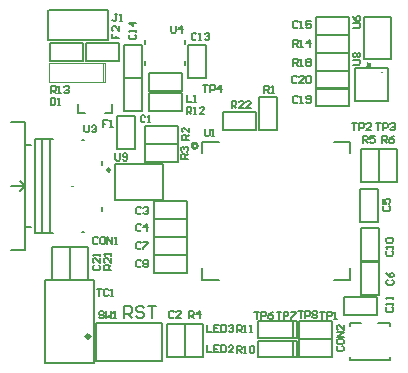
<source format=gto>
G04*
G04 #@! TF.GenerationSoftware,Altium Limited,Altium Designer,19.0.14 (431)*
G04*
G04 Layer_Color=65535*
%FSAX25Y25*%
%MOIN*%
G70*
G01*
G75*
%ADD10C,0.01000*%
%ADD11C,0.00787*%
%ADD12C,0.00394*%
%ADD13C,0.01181*%
%ADD14C,0.00315*%
%ADD15C,0.00591*%
%ADD16C,0.00500*%
D10*
X0728790Y0653870D02*
G03*
X0728790Y0653870I-0000530J0000000D01*
G01*
X0814695Y0689252D02*
G03*
X0814776Y0689303I0000277J-0000342D01*
G01*
X0757819Y0661882D02*
G03*
X0757819Y0661882I-0000905J0000000D01*
G01*
D11*
X0819472Y0686406D02*
G03*
X0819472Y0686406I-0000197J0000000D01*
G01*
X0746272Y0643732D02*
Y0655740D01*
X0730327Y0643732D02*
X0746272D01*
X0730327D02*
Y0655740D01*
X0746272D01*
X0698831Y0650130D02*
X0700406Y0648555D01*
X0698831Y0646980D02*
X0700406Y0648555D01*
X0695681D02*
X0700406D01*
Y0662335D02*
X0702374D01*
X0700406Y0634776D02*
X0702374D01*
X0726193Y0655642D02*
Y0656823D01*
X0719303Y0633201D02*
X0720090D01*
X0706114Y0632807D02*
Y0664303D01*
X0708870Y0632807D02*
Y0664303D01*
X0703752Y0632807D02*
X0709854D01*
X0703752Y0664303D02*
X0709854D01*
X0703752Y0632807D02*
Y0664303D01*
X0719303Y0663909D02*
X0720090D01*
X0726193Y0640287D02*
Y0641468D01*
X0695681Y0669815D02*
X0700406D01*
Y0627295D02*
Y0669815D01*
X0695681Y0627295D02*
X0700406D01*
X0727917Y0697098D02*
Y0707098D01*
X0708417Y0697098D02*
X0727917D01*
X0708417Y0707098D02*
X0727917D01*
X0707917Y0697098D02*
Y0707098D01*
X0813299Y0690976D02*
Y0704756D01*
X0822354D01*
Y0690976D02*
Y0704756D01*
X0813299Y0690976D02*
X0822354D01*
X0708783Y0696043D02*
X0719783D01*
Y0690043D02*
Y0696043D01*
X0708783Y0690043D02*
X0719783D01*
X0708783D02*
Y0696043D01*
X0720595D02*
X0731595D01*
Y0690043D02*
Y0696043D01*
X0720595Y0690043D02*
X0731595D01*
X0720595D02*
Y0696043D01*
X0733528Y0695591D02*
X0739528D01*
X0733528Y0684591D02*
Y0695591D01*
Y0684591D02*
X0739528D01*
Y0695591D01*
X0733528Y0684567D02*
X0739528D01*
X0733528Y0673567D02*
Y0684567D01*
Y0673567D02*
X0739528D01*
Y0684567D01*
X0731165Y0660968D02*
Y0671969D01*
X0737165D01*
Y0660968D02*
Y0671969D01*
X0731165Y0660968D02*
X0737165D01*
X0754787Y0695591D02*
X0760787D01*
X0754787Y0684591D02*
Y0695591D01*
Y0684591D02*
X0760787D01*
Y0695591D01*
X0741657Y0686201D02*
X0752658D01*
Y0680201D02*
Y0686201D01*
X0741657Y0680201D02*
X0752658D01*
X0741657D02*
Y0686201D01*
X0741657Y0673508D02*
X0752658D01*
X0741657D02*
Y0679508D01*
X0752658D01*
Y0673508D02*
Y0679508D01*
X0740465Y0688909D02*
Y0690307D01*
Y0695780D02*
Y0697177D01*
X0753850Y0688909D02*
Y0690307D01*
Y0695780D02*
Y0697177D01*
X0727071Y0672768D02*
X0729433D01*
Y0675917D01*
X0718016Y0672768D02*
X0720378D01*
X0718016D02*
Y0675917D01*
X0818268Y0649847D02*
Y0660847D01*
X0812268Y0649847D02*
X0818268D01*
X0812268D02*
Y0660847D01*
X0818268D01*
X0824370Y0649847D02*
Y0660847D01*
X0818370Y0649847D02*
X0824370D01*
X0818370D02*
Y0660847D01*
X0824370D01*
X0797366Y0698902D02*
Y0704902D01*
Y0698902D02*
X0808366D01*
Y0704902D01*
X0797366D02*
X0808366D01*
X0797366Y0692898D02*
X0808366D01*
X0797366D02*
Y0698898D01*
X0808366D01*
Y0692898D02*
Y0698898D01*
X0797366Y0686894D02*
X0808366D01*
X0797366D02*
Y0692894D01*
X0808366D01*
Y0686894D02*
Y0692894D01*
X0797366Y0680988D02*
Y0686988D01*
Y0680988D02*
X0808366D01*
Y0686988D01*
X0797366D02*
X0808366D01*
X0797366Y0675083D02*
Y0681083D01*
Y0675083D02*
X0808366D01*
Y0681083D01*
X0797366D02*
X0808366D01*
X0791854Y0597524D02*
X0802854D01*
X0791854D02*
Y0603524D01*
X0802854D01*
Y0597524D02*
Y0603524D01*
X0791854Y0591520D02*
X0802854D01*
X0791854D02*
Y0597520D01*
X0802854D01*
Y0591520D02*
Y0597520D01*
X0789874Y0603476D02*
X0790957D01*
X0789874Y0597965D02*
X0790957D01*
Y0603476D01*
X0789874Y0597965D02*
Y0603476D01*
X0778063Y0597965D02*
X0789874D01*
X0778063D02*
Y0603476D01*
X0789874D01*
X0740279Y0668681D02*
X0751279D01*
Y0662681D02*
Y0668681D01*
X0740279Y0662681D02*
X0751279D01*
X0740279D02*
Y0668681D01*
Y0662579D02*
X0751279D01*
Y0656579D02*
Y0662579D01*
X0740279Y0656579D02*
X0751279D01*
X0740279D02*
Y0662579D01*
X0759315Y0617197D02*
X0759472Y0617039D01*
X0759315Y0617197D02*
Y0621173D01*
X0759472Y0617039D02*
X0764984D01*
X0803409Y0617118D02*
X0808724D01*
X0808803Y0617197D01*
Y0621134D01*
X0808842Y0659441D02*
Y0663024D01*
X0808724Y0663142D02*
X0808842Y0663024D01*
X0803331Y0663142D02*
X0808724D01*
X0759315Y0663181D02*
X0764984D01*
X0759276Y0663142D02*
X0759315Y0663181D01*
X0759276Y0659441D02*
Y0663142D01*
X0743232Y0637468D02*
Y0643469D01*
Y0637468D02*
X0754232D01*
Y0643469D01*
X0743232D02*
X0754232D01*
X0743232Y0631579D02*
Y0637579D01*
Y0631579D02*
X0754232D01*
Y0637579D01*
X0743232D02*
X0754232D01*
X0743232Y0625595D02*
Y0631595D01*
Y0625595D02*
X0754232D01*
Y0631595D01*
X0743232D02*
X0754232D01*
X0743232Y0619591D02*
Y0625591D01*
Y0619591D02*
X0754232D01*
Y0625591D01*
X0743232D02*
X0754232D01*
X0784410Y0667268D02*
Y0678268D01*
X0778409Y0667268D02*
X0784410D01*
X0778409D02*
Y0678268D01*
X0784410D01*
X0766264Y0673209D02*
X0777264D01*
Y0667209D02*
Y0673209D01*
X0766264Y0667209D02*
X0777264D01*
X0766264D02*
Y0673209D01*
X0812169Y0636657D02*
X0818169D01*
Y0647657D01*
X0812169D02*
X0818169D01*
X0812169Y0636657D02*
Y0647657D01*
X0812268Y0634567D02*
X0818268D01*
X0812268Y0623567D02*
Y0634567D01*
Y0623567D02*
X0818268D01*
Y0634567D01*
X0806815Y0605398D02*
Y0611398D01*
Y0605398D02*
X0817815D01*
Y0611398D01*
X0806815D02*
X0817815D01*
X0821961Y0590681D02*
Y0591468D01*
X0808575Y0590681D02*
X0821961D01*
X0808575D02*
Y0591468D01*
X0818024Y0602886D02*
X0821961D01*
Y0601705D02*
Y0602886D01*
X0808575Y0602886D02*
X0808575Y0601705D01*
X0808575Y0602886D02*
X0812512D01*
X0812268Y0623150D02*
X0818268D01*
X0812268Y0612150D02*
Y0623150D01*
Y0612150D02*
X0818268D01*
Y0623150D01*
X0789874Y0596980D02*
X0790957D01*
X0789874Y0591468D02*
X0790957D01*
Y0596980D01*
X0789874Y0591468D02*
Y0596980D01*
X0778063Y0591468D02*
X0789874D01*
X0778063D02*
Y0596980D01*
X0789874D01*
X0724039Y0590169D02*
X0746087D01*
X0724039D02*
Y0602768D01*
X0746087D01*
Y0590169D02*
Y0602768D01*
X0753606Y0591677D02*
Y0602677D01*
X0759606D01*
Y0591677D02*
Y0602677D01*
X0753606Y0591677D02*
X0759606D01*
X0747602D02*
X0753602D01*
Y0602677D01*
X0747602D02*
X0753602D01*
X0747602Y0591677D02*
Y0602677D01*
X0715417Y0628268D02*
X0721417D01*
X0715417Y0617268D02*
Y0628268D01*
Y0617268D02*
X0721417D01*
Y0628268D01*
X0715512Y0617268D02*
Y0628268D01*
X0709512Y0617268D02*
X0715512D01*
X0709512D02*
Y0628268D01*
X0715512D01*
X0733528Y0604559D02*
Y0608495D01*
X0735495D01*
X0736151Y0607839D01*
Y0606527D01*
X0735495Y0605871D01*
X0733528D01*
X0734839D02*
X0736151Y0604559D01*
X0740087Y0607839D02*
X0739431Y0608495D01*
X0738119D01*
X0737463Y0607839D01*
Y0607183D01*
X0738119Y0606527D01*
X0739431D01*
X0740087Y0605871D01*
Y0605215D01*
X0739431Y0604559D01*
X0738119D01*
X0737463Y0605215D01*
X0741399Y0608495D02*
X0744023D01*
X0742711D01*
Y0604559D01*
D12*
X0742398Y0686504D02*
G03*
X0742398Y0686504I-0000197J0000000D01*
G01*
X0708402Y0683201D02*
X0726413D01*
X0708402D02*
Y0689500D01*
X0726413D01*
Y0683201D02*
Y0689500D01*
X0727102Y0683201D02*
Y0689500D01*
X0726315Y0683201D02*
X0727102D01*
X0726413Y0689500D02*
X0727102D01*
D13*
X0722020Y0598358D02*
G03*
X0722020Y0598358I-0000591J0000000D01*
G01*
D14*
X0715563Y0648555D02*
X0716350D01*
D15*
X0810276Y0676905D02*
Y0687906D01*
Y0676905D02*
X0821276D01*
Y0687906D01*
X0810276D02*
X0821276D01*
X0791449Y0606822D02*
X0793023D01*
X0792236D01*
Y0604461D01*
X0793810D02*
Y0606822D01*
X0794991D01*
X0795385Y0606428D01*
Y0605641D01*
X0794991Y0605248D01*
X0793810D01*
X0796172Y0606428D02*
X0796565Y0606822D01*
X0797352D01*
X0797746Y0606428D01*
Y0606035D01*
X0797352Y0605641D01*
X0797746Y0605248D01*
Y0604854D01*
X0797352Y0604461D01*
X0796565D01*
X0796172Y0604854D01*
Y0605248D01*
X0796565Y0605641D01*
X0796172Y0606035D01*
Y0606428D01*
X0796565Y0605641D02*
X0797352D01*
X0784264Y0606625D02*
X0785838D01*
X0785051D01*
Y0604264D01*
X0786625D02*
Y0606625D01*
X0787806D01*
X0788200Y0606232D01*
Y0605444D01*
X0787806Y0605051D01*
X0786625D01*
X0788987Y0606625D02*
X0790561D01*
Y0606232D01*
X0788987Y0604657D01*
Y0604264D01*
X0776784Y0606625D02*
X0778358D01*
X0777571D01*
Y0604264D01*
X0779145D02*
Y0606625D01*
X0780326D01*
X0780719Y0606232D01*
Y0605444D01*
X0780326Y0605051D01*
X0779145D01*
X0783081Y0606625D02*
X0782294Y0606232D01*
X0781506Y0605444D01*
Y0604657D01*
X0781900Y0604264D01*
X0782687D01*
X0783081Y0604657D01*
Y0605051D01*
X0782687Y0605444D01*
X0781506D01*
X0759756Y0682117D02*
X0761330D01*
X0760543D01*
Y0679756D01*
X0762117D02*
Y0682117D01*
X0763298D01*
X0763692Y0681724D01*
Y0680937D01*
X0763298Y0680543D01*
X0762117D01*
X0765660Y0679756D02*
Y0682117D01*
X0764479Y0680937D01*
X0766053D01*
X0817335Y0669420D02*
X0818909D01*
X0818122D01*
Y0667059D01*
X0819696D02*
Y0669420D01*
X0820877D01*
X0821270Y0669027D01*
Y0668240D01*
X0820877Y0667846D01*
X0819696D01*
X0822058Y0669027D02*
X0822451Y0669420D01*
X0823238D01*
X0823632Y0669027D01*
Y0668633D01*
X0823238Y0668240D01*
X0822845D01*
X0823238D01*
X0823632Y0667846D01*
Y0667453D01*
X0823238Y0667059D01*
X0822451D01*
X0822058Y0667453D01*
X0809362Y0669420D02*
X0810937D01*
X0810149D01*
Y0667059D01*
X0811724D02*
Y0669420D01*
X0812904D01*
X0813298Y0669027D01*
Y0668240D01*
X0812904Y0667846D01*
X0811724D01*
X0815659Y0667059D02*
X0814085D01*
X0815659Y0668633D01*
Y0669027D01*
X0815266Y0669420D01*
X0814479D01*
X0814085Y0669027D01*
X0798732Y0606625D02*
X0800307D01*
X0799519D01*
Y0604264D01*
X0801094D02*
Y0606625D01*
X0802274D01*
X0802668Y0606232D01*
Y0605444D01*
X0802274Y0605051D01*
X0801094D01*
X0803455Y0604264D02*
X0804242D01*
X0803849D01*
Y0606625D01*
X0803455Y0606232D01*
X0730524Y0659381D02*
Y0657413D01*
X0730917Y0657020D01*
X0731704D01*
X0732098Y0657413D01*
Y0659381D01*
X0732885Y0657413D02*
X0733279Y0657020D01*
X0734066D01*
X0734459Y0657413D01*
Y0658988D01*
X0734066Y0659381D01*
X0733279D01*
X0732885Y0658988D01*
Y0658594D01*
X0733279Y0658200D01*
X0734459D01*
X0809757Y0689018D02*
X0811724D01*
X0812118Y0689412D01*
Y0690199D01*
X0811724Y0690592D01*
X0809757D01*
X0810150Y0691379D02*
X0809757Y0691773D01*
Y0692560D01*
X0810150Y0692954D01*
X0810544D01*
X0810937Y0692560D01*
X0811331Y0692954D01*
X0811724D01*
X0812118Y0692560D01*
Y0691773D01*
X0811724Y0691379D01*
X0811331D01*
X0810937Y0691773D01*
X0810544Y0691379D01*
X0810150D01*
X0810937Y0691773D02*
Y0692560D01*
X0809665Y0701206D02*
X0811633D01*
X0812027Y0701599D01*
Y0702386D01*
X0811633Y0702780D01*
X0809665D01*
Y0705141D02*
X0810059Y0704354D01*
X0810846Y0703567D01*
X0811633D01*
X0812027Y0703961D01*
Y0704748D01*
X0811633Y0705141D01*
X0811240D01*
X0810846Y0704748D01*
Y0703567D01*
X0749126Y0701999D02*
Y0700031D01*
X0749519Y0699638D01*
X0750307D01*
X0750700Y0700031D01*
Y0701999D01*
X0752668Y0699638D02*
Y0701999D01*
X0751487Y0700818D01*
X0753062D01*
X0720189Y0668731D02*
Y0666764D01*
X0720582Y0666370D01*
X0721370D01*
X0721763Y0666764D01*
Y0668731D01*
X0722550Y0668338D02*
X0722944Y0668731D01*
X0723731D01*
X0724125Y0668338D01*
Y0667944D01*
X0723731Y0667551D01*
X0723338D01*
X0723731D01*
X0724125Y0667157D01*
Y0666764D01*
X0723731Y0666370D01*
X0722944D01*
X0722550Y0666764D01*
X0760347Y0667649D02*
Y0665681D01*
X0760740Y0665287D01*
X0761527D01*
X0761921Y0665681D01*
Y0667649D01*
X0762708Y0665287D02*
X0763495D01*
X0763101D01*
Y0667649D01*
X0762708Y0667255D01*
X0724323Y0614302D02*
X0725897D01*
X0725110D01*
Y0611941D01*
X0728259Y0613909D02*
X0727865Y0614302D01*
X0727078D01*
X0726684Y0613909D01*
Y0612334D01*
X0727078Y0611941D01*
X0727865D01*
X0728259Y0612334D01*
X0729046Y0611941D02*
X0729833D01*
X0729439D01*
Y0614302D01*
X0729046Y0613909D01*
X0726685Y0606330D02*
X0726291Y0606724D01*
X0725504D01*
X0725110Y0606330D01*
Y0605936D01*
X0725504Y0605543D01*
X0726291D01*
X0726685Y0605149D01*
Y0604756D01*
X0726291Y0604362D01*
X0725504D01*
X0725110Y0604756D01*
X0727472Y0606724D02*
Y0604362D01*
X0728259Y0605149D01*
X0729046Y0604362D01*
Y0606724D01*
X0729833Y0604362D02*
X0730620D01*
X0730227D01*
Y0606724D01*
X0729833Y0606330D01*
X0769303Y0674539D02*
Y0676901D01*
X0770484D01*
X0770877Y0676507D01*
Y0675720D01*
X0770484Y0675326D01*
X0769303D01*
X0770090D02*
X0770877Y0674539D01*
X0773239D02*
X0771665D01*
X0773239Y0676114D01*
Y0676507D01*
X0772845Y0676901D01*
X0772058D01*
X0771665Y0676507D01*
X0775600Y0674539D02*
X0774026D01*
X0775600Y0676114D01*
Y0676507D01*
X0775207Y0676901D01*
X0774420D01*
X0774026Y0676507D01*
X0729146Y0620602D02*
X0726784D01*
Y0621783D01*
X0727178Y0622177D01*
X0727965D01*
X0728359Y0621783D01*
Y0620602D01*
Y0621389D02*
X0729146Y0622177D01*
Y0624538D02*
Y0622964D01*
X0727571Y0624538D01*
X0727178D01*
X0726784Y0624145D01*
Y0623357D01*
X0727178Y0622964D01*
X0729146Y0625325D02*
Y0626112D01*
Y0625719D01*
X0726784D01*
X0727178Y0625325D01*
X0789776Y0688614D02*
Y0690976D01*
X0790956D01*
X0791350Y0690582D01*
Y0689795D01*
X0790956Y0689401D01*
X0789776D01*
X0790563D02*
X0791350Y0688614D01*
X0792137D02*
X0792924D01*
X0792531D01*
Y0690976D01*
X0792137Y0690582D01*
X0794105D02*
X0794498Y0690976D01*
X0795286D01*
X0795679Y0690582D01*
Y0690189D01*
X0795286Y0689795D01*
X0795679Y0689401D01*
Y0689008D01*
X0795286Y0688614D01*
X0794498D01*
X0794105Y0689008D01*
Y0689401D01*
X0794498Y0689795D01*
X0794105Y0690189D01*
Y0690582D01*
X0794498Y0689795D02*
X0795286D01*
X0789776Y0694913D02*
Y0697275D01*
X0790956D01*
X0791350Y0696881D01*
Y0696094D01*
X0790956Y0695701D01*
X0789776D01*
X0790563D02*
X0791350Y0694913D01*
X0792137D02*
X0792924D01*
X0792531D01*
Y0697275D01*
X0792137Y0696881D01*
X0795286Y0694913D02*
Y0697275D01*
X0794105Y0696094D01*
X0795679D01*
X0709067Y0679508D02*
Y0681869D01*
X0710248D01*
X0710641Y0681476D01*
Y0680689D01*
X0710248Y0680295D01*
X0709067D01*
X0709854D02*
X0710641Y0679508D01*
X0711428D02*
X0712216D01*
X0711822D01*
Y0681869D01*
X0711428Y0681476D01*
X0713396D02*
X0713790Y0681869D01*
X0714577D01*
X0714970Y0681476D01*
Y0681082D01*
X0714577Y0680689D01*
X0714183D01*
X0714577D01*
X0714970Y0680295D01*
Y0679902D01*
X0714577Y0679508D01*
X0713790D01*
X0713396Y0679902D01*
X0754244Y0672472D02*
Y0674834D01*
X0755425D01*
X0755818Y0674440D01*
Y0673653D01*
X0755425Y0673260D01*
X0754244D01*
X0755031D02*
X0755818Y0672472D01*
X0756605D02*
X0757393D01*
X0756999D01*
Y0674834D01*
X0756605Y0674440D01*
X0760148Y0672472D02*
X0758573D01*
X0760148Y0674047D01*
Y0674440D01*
X0759754Y0674834D01*
X0758967D01*
X0758573Y0674440D01*
X0770976Y0599835D02*
Y0602196D01*
X0772157D01*
X0772551Y0601802D01*
Y0601015D01*
X0772157Y0600622D01*
X0770976D01*
X0771764D02*
X0772551Y0599835D01*
X0773338D02*
X0774125D01*
X0773731D01*
Y0602196D01*
X0773338Y0601802D01*
X0775306Y0599835D02*
X0776093D01*
X0775699D01*
Y0602196D01*
X0775306Y0601802D01*
X0770976Y0592945D02*
Y0595306D01*
X0772157D01*
X0772551Y0594913D01*
Y0594126D01*
X0772157Y0593732D01*
X0770976D01*
X0771764D02*
X0772551Y0592945D01*
X0773338D02*
X0774125D01*
X0773731D01*
Y0595306D01*
X0773338Y0594913D01*
X0775306D02*
X0775699Y0595306D01*
X0776486D01*
X0776880Y0594913D01*
Y0593338D01*
X0776486Y0592945D01*
X0775699D01*
X0775306Y0593338D01*
Y0594913D01*
X0819402Y0662925D02*
Y0665287D01*
X0820582D01*
X0820976Y0664893D01*
Y0664106D01*
X0820582Y0663712D01*
X0819402D01*
X0820189D02*
X0820976Y0662925D01*
X0823337Y0665287D02*
X0822550Y0664893D01*
X0821763Y0664106D01*
Y0663319D01*
X0822157Y0662925D01*
X0822944D01*
X0823337Y0663319D01*
Y0663712D01*
X0822944Y0664106D01*
X0821763D01*
X0813004Y0662925D02*
Y0665287D01*
X0814185D01*
X0814578Y0664893D01*
Y0664106D01*
X0814185Y0663712D01*
X0813004D01*
X0813791D02*
X0814578Y0662925D01*
X0816940Y0665287D02*
X0815365D01*
Y0664106D01*
X0816152Y0664500D01*
X0816546D01*
X0816940Y0664106D01*
Y0663319D01*
X0816546Y0662925D01*
X0815759D01*
X0815365Y0663319D01*
X0755031Y0604559D02*
Y0606920D01*
X0756212D01*
X0756606Y0606527D01*
Y0605740D01*
X0756212Y0605346D01*
X0755031D01*
X0755819D02*
X0756606Y0604559D01*
X0758574D02*
Y0606920D01*
X0757393Y0605740D01*
X0758967D01*
X0754638Y0657610D02*
X0752276D01*
Y0658791D01*
X0752670Y0659185D01*
X0753457D01*
X0753851Y0658791D01*
Y0657610D01*
Y0658397D02*
X0754638Y0659185D01*
X0752670Y0659972D02*
X0752276Y0660365D01*
Y0661152D01*
X0752670Y0661546D01*
X0753063D01*
X0753457Y0661152D01*
Y0660759D01*
Y0661152D01*
X0753851Y0661546D01*
X0754244D01*
X0754638Y0661152D01*
Y0660365D01*
X0754244Y0659972D01*
X0754933Y0664008D02*
X0752572D01*
Y0665189D01*
X0752965Y0665582D01*
X0753752D01*
X0754146Y0665189D01*
Y0664008D01*
Y0664795D02*
X0754933Y0665582D01*
Y0667944D02*
Y0666369D01*
X0753359Y0667944D01*
X0752965D01*
X0752572Y0667550D01*
Y0666763D01*
X0752965Y0666369D01*
X0780130Y0679658D02*
Y0682019D01*
X0781311D01*
X0781704Y0681625D01*
Y0680838D01*
X0781311Y0680445D01*
X0780130D01*
X0780917D02*
X0781704Y0679658D01*
X0782491D02*
X0783279D01*
X0782885D01*
Y0682019D01*
X0782491Y0681625D01*
X0761134Y0602294D02*
Y0599933D01*
X0762708D01*
X0765070Y0602294D02*
X0763495D01*
Y0599933D01*
X0765070D01*
X0763495Y0601114D02*
X0764282D01*
X0765857Y0602294D02*
Y0599933D01*
X0767037D01*
X0767431Y0600327D01*
Y0601901D01*
X0767037Y0602294D01*
X0765857D01*
X0768218Y0601901D02*
X0768612Y0602294D01*
X0769399D01*
X0769793Y0601901D01*
Y0601507D01*
X0769399Y0601114D01*
X0769005D01*
X0769399D01*
X0769793Y0600720D01*
Y0600327D01*
X0769399Y0599933D01*
X0768612D01*
X0768218Y0600327D01*
X0761134Y0595405D02*
Y0593043D01*
X0762708D01*
X0765070Y0595405D02*
X0763495D01*
Y0593043D01*
X0765070D01*
X0763495Y0594224D02*
X0764282D01*
X0765857Y0595405D02*
Y0593043D01*
X0767037D01*
X0767431Y0593437D01*
Y0595011D01*
X0767037Y0595405D01*
X0765857D01*
X0769793Y0593043D02*
X0768218D01*
X0769793Y0594618D01*
Y0595011D01*
X0769399Y0595405D01*
X0768612D01*
X0768218Y0595011D01*
X0754343Y0678869D02*
Y0676508D01*
X0755917D01*
X0756704D02*
X0757491D01*
X0757097D01*
Y0678869D01*
X0756704Y0678476D01*
X0731114Y0705838D02*
X0730327D01*
X0730720D01*
Y0703870D01*
X0730327Y0703476D01*
X0729933D01*
X0729539Y0703870D01*
X0731901Y0703476D02*
X0732688D01*
X0732294D01*
Y0705838D01*
X0731901Y0705444D01*
X0729442Y0699342D02*
Y0697768D01*
X0730622D01*
Y0698555D01*
Y0697768D01*
X0731803D01*
Y0701703D02*
Y0700129D01*
X0730229Y0701703D01*
X0729835D01*
X0729442Y0701310D01*
Y0700523D01*
X0729835Y0700129D01*
X0727988Y0670503D02*
X0726413D01*
Y0669322D01*
X0727201D01*
X0726413D01*
Y0668142D01*
X0728775D02*
X0729562D01*
X0729168D01*
Y0670503D01*
X0728775Y0670110D01*
X0708968Y0677787D02*
Y0675425D01*
X0710149D01*
X0710543Y0675819D01*
Y0677393D01*
X0710149Y0677787D01*
X0708968D01*
X0711330Y0675425D02*
X0712117D01*
X0711724D01*
Y0677787D01*
X0711330Y0677393D01*
X0804638Y0595110D02*
X0804245Y0594716D01*
Y0593929D01*
X0804638Y0593535D01*
X0806213D01*
X0806606Y0593929D01*
Y0594716D01*
X0806213Y0595110D01*
X0804245Y0597078D02*
Y0596290D01*
X0804638Y0595897D01*
X0806213D01*
X0806606Y0596290D01*
Y0597078D01*
X0806213Y0597471D01*
X0804638D01*
X0804245Y0597078D01*
X0806606Y0598258D02*
X0804245D01*
X0806606Y0599833D01*
X0804245D01*
X0806606Y0602194D02*
Y0600620D01*
X0805032Y0602194D01*
X0804638D01*
X0804245Y0601800D01*
Y0601013D01*
X0804638Y0600620D01*
X0724716Y0631133D02*
X0724323Y0631527D01*
X0723535D01*
X0723142Y0631133D01*
Y0629559D01*
X0723535Y0629165D01*
X0724323D01*
X0724716Y0629559D01*
X0726684Y0631527D02*
X0725897D01*
X0725503Y0631133D01*
Y0629559D01*
X0725897Y0629165D01*
X0726684D01*
X0727077Y0629559D01*
Y0631133D01*
X0726684Y0631527D01*
X0727865Y0629165D02*
Y0631527D01*
X0729439Y0629165D01*
Y0631527D01*
X0730226Y0629165D02*
X0731013D01*
X0730620D01*
Y0631527D01*
X0730226Y0631133D01*
X0723438Y0622078D02*
X0723044Y0621685D01*
Y0620897D01*
X0723438Y0620504D01*
X0725012D01*
X0725406Y0620897D01*
Y0621685D01*
X0725012Y0622078D01*
X0725406Y0624440D02*
Y0622865D01*
X0723831Y0624440D01*
X0723438D01*
X0723044Y0624046D01*
Y0623259D01*
X0723438Y0622865D01*
X0725406Y0625227D02*
Y0626014D01*
Y0625620D01*
X0723044D01*
X0723438Y0625227D01*
X0790956Y0684873D02*
X0790563Y0685267D01*
X0789776D01*
X0789382Y0684873D01*
Y0683299D01*
X0789776Y0682905D01*
X0790563D01*
X0790956Y0683299D01*
X0793318Y0682905D02*
X0791744D01*
X0793318Y0684480D01*
Y0684873D01*
X0792924Y0685267D01*
X0792137D01*
X0791744Y0684873D01*
X0794105D02*
X0794498Y0685267D01*
X0795286D01*
X0795679Y0684873D01*
Y0683299D01*
X0795286Y0682905D01*
X0794498D01*
X0794105Y0683299D01*
Y0684873D01*
X0791350Y0678181D02*
X0790956Y0678574D01*
X0790169D01*
X0789776Y0678181D01*
Y0676606D01*
X0790169Y0676213D01*
X0790956D01*
X0791350Y0676606D01*
X0792137Y0676213D02*
X0792924D01*
X0792531D01*
Y0678574D01*
X0792137Y0678181D01*
X0794105Y0676606D02*
X0794498Y0676213D01*
X0795286D01*
X0795679Y0676606D01*
Y0678181D01*
X0795286Y0678574D01*
X0794498D01*
X0794105Y0678181D01*
Y0677787D01*
X0794498Y0677393D01*
X0795679D01*
X0791350Y0703082D02*
X0790956Y0703476D01*
X0790169D01*
X0789776Y0703082D01*
Y0701508D01*
X0790169Y0701114D01*
X0790956D01*
X0791350Y0701508D01*
X0792137Y0701114D02*
X0792924D01*
X0792531D01*
Y0703476D01*
X0792137Y0703082D01*
X0795679Y0703476D02*
X0794105D01*
Y0702295D01*
X0794892Y0702689D01*
X0795286D01*
X0795679Y0702295D01*
Y0701508D01*
X0795286Y0701114D01*
X0794498D01*
X0794105Y0701508D01*
X0735544Y0698948D02*
X0735150Y0698555D01*
Y0697768D01*
X0735544Y0697374D01*
X0737118D01*
X0737512Y0697768D01*
Y0698555D01*
X0737118Y0698948D01*
X0737512Y0699735D02*
Y0700523D01*
Y0700129D01*
X0735150D01*
X0735544Y0699735D01*
X0737512Y0702884D02*
X0735150D01*
X0736331Y0701703D01*
Y0703278D01*
X0757492Y0699243D02*
X0757098Y0699637D01*
X0756311D01*
X0755917Y0699243D01*
Y0697669D01*
X0756311Y0697276D01*
X0757098D01*
X0757492Y0697669D01*
X0758279Y0697276D02*
X0759066D01*
X0758672D01*
Y0699637D01*
X0758279Y0699243D01*
X0760247D02*
X0760640Y0699637D01*
X0761427D01*
X0761821Y0699243D01*
Y0698850D01*
X0761427Y0698456D01*
X0761034D01*
X0761427D01*
X0761821Y0698063D01*
Y0697669D01*
X0761427Y0697276D01*
X0760640D01*
X0760247Y0697669D01*
X0820977Y0608102D02*
X0820583Y0607708D01*
Y0606921D01*
X0820977Y0606528D01*
X0822551D01*
X0822945Y0606921D01*
Y0607708D01*
X0822551Y0608102D01*
X0822945Y0608889D02*
Y0609676D01*
Y0609283D01*
X0820583D01*
X0820977Y0608889D01*
X0822945Y0610857D02*
Y0611644D01*
Y0611250D01*
X0820583D01*
X0820977Y0610857D01*
X0821028Y0626901D02*
X0820634Y0626508D01*
Y0625720D01*
X0821028Y0625327D01*
X0822602D01*
X0822996Y0625720D01*
Y0626508D01*
X0822602Y0626901D01*
X0822996Y0627688D02*
Y0628475D01*
Y0628082D01*
X0820634D01*
X0821028Y0627688D01*
Y0629656D02*
X0820634Y0630050D01*
Y0630837D01*
X0821028Y0631230D01*
X0822602D01*
X0822996Y0630837D01*
Y0630050D01*
X0822602Y0629656D01*
X0821028D01*
X0739086Y0623358D02*
X0738693Y0623751D01*
X0737905D01*
X0737512Y0623358D01*
Y0621783D01*
X0737905Y0621390D01*
X0738693D01*
X0739086Y0621783D01*
X0739873Y0623358D02*
X0740267Y0623751D01*
X0741054D01*
X0741447Y0623358D01*
Y0622964D01*
X0741054Y0622571D01*
X0741447Y0622177D01*
Y0621783D01*
X0741054Y0621390D01*
X0740267D01*
X0739873Y0621783D01*
Y0622177D01*
X0740267Y0622571D01*
X0739873Y0622964D01*
Y0623358D01*
X0740267Y0622571D02*
X0741054D01*
X0739086Y0629558D02*
X0738693Y0629952D01*
X0737905D01*
X0737512Y0629558D01*
Y0627984D01*
X0737905Y0627591D01*
X0738693D01*
X0739086Y0627984D01*
X0739873Y0629952D02*
X0741447D01*
Y0629558D01*
X0739873Y0627984D01*
Y0627591D01*
X0821272Y0617255D02*
X0820879Y0616862D01*
Y0616075D01*
X0821272Y0615681D01*
X0822847D01*
X0823240Y0616075D01*
Y0616862D01*
X0822847Y0617255D01*
X0820879Y0619617D02*
X0821272Y0618830D01*
X0822059Y0618043D01*
X0822847D01*
X0823240Y0618436D01*
Y0619223D01*
X0822847Y0619617D01*
X0822453D01*
X0822059Y0619223D01*
Y0618043D01*
X0820091Y0641862D02*
X0819698Y0641468D01*
Y0640681D01*
X0820091Y0640287D01*
X0821665D01*
X0822059Y0640681D01*
Y0641468D01*
X0821665Y0641862D01*
X0819698Y0644223D02*
Y0642649D01*
X0820878D01*
X0820485Y0643436D01*
Y0643830D01*
X0820878Y0644223D01*
X0821665D01*
X0822059Y0643830D01*
Y0643042D01*
X0821665Y0642649D01*
X0739086Y0635562D02*
X0738693Y0635956D01*
X0737905D01*
X0737512Y0635562D01*
Y0633988D01*
X0737905Y0633595D01*
X0738693D01*
X0739086Y0633988D01*
X0741054Y0633595D02*
Y0635956D01*
X0739873Y0634775D01*
X0741447D01*
X0739086Y0641074D02*
X0738693Y0641468D01*
X0737905D01*
X0737512Y0641074D01*
Y0639500D01*
X0737905Y0639106D01*
X0738693D01*
X0739086Y0639500D01*
X0739873Y0641074D02*
X0740267Y0641468D01*
X0741054D01*
X0741447Y0641074D01*
Y0640681D01*
X0741054Y0640287D01*
X0740660D01*
X0741054D01*
X0741447Y0639893D01*
Y0639500D01*
X0741054Y0639106D01*
X0740267D01*
X0739873Y0639500D01*
X0750011Y0606527D02*
X0749618Y0606920D01*
X0748831D01*
X0748437Y0606527D01*
Y0604953D01*
X0748831Y0604559D01*
X0749618D01*
X0750011Y0604953D01*
X0752373Y0604559D02*
X0750798D01*
X0752373Y0606133D01*
Y0606527D01*
X0751979Y0606920D01*
X0751192D01*
X0750798Y0606527D01*
X0740464Y0671684D02*
X0740070Y0672078D01*
X0739283D01*
X0738890Y0671684D01*
Y0670110D01*
X0739283Y0669717D01*
X0740070D01*
X0740464Y0670110D01*
X0741251Y0669717D02*
X0742038D01*
X0741645D01*
Y0672078D01*
X0741251Y0671684D01*
D16*
X0707158Y0589402D02*
Y0617354D01*
X0723299D01*
Y0589402D02*
Y0617354D01*
X0707158Y0589402D02*
X0723299D01*
M02*

</source>
